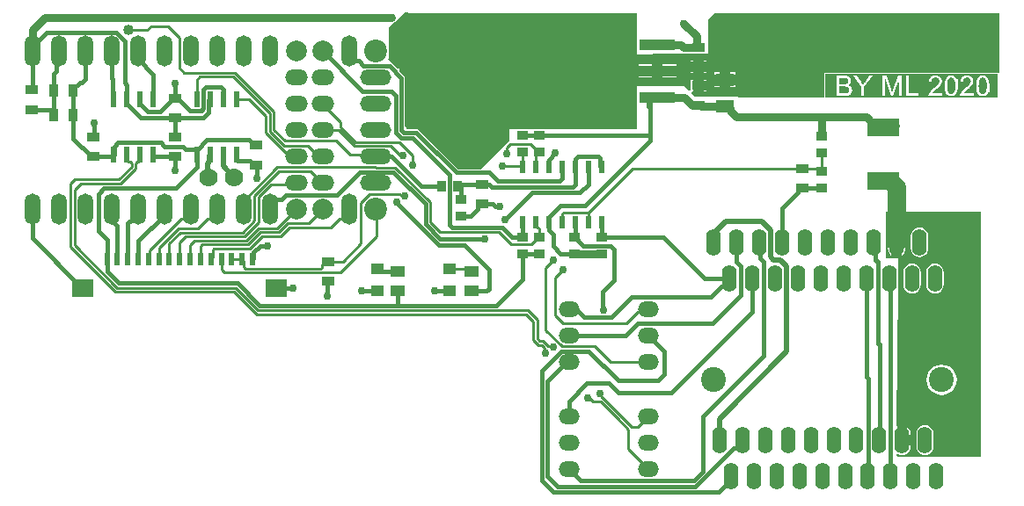
<source format=gtl>
G04*
G04 #@! TF.GenerationSoftware,Altium Limited,Altium Designer,21.0.8 (223)*
G04*
G04 Layer_Physical_Order=1*
G04 Layer_Color=255*
%FSLAX25Y25*%
%MOIN*%
G70*
G04*
G04 #@! TF.SameCoordinates,128E1E45-F731-4E68-84EB-4EEBB871E250*
G04*
G04*
G04 #@! TF.FilePolarity,Positive*
G04*
G01*
G75*
%ADD10C,0.01000*%
%ADD18R,0.05709X0.04134*%
%ADD19R,0.04724X0.04331*%
%ADD20R,0.05118X0.03543*%
%ADD21R,0.03937X0.03543*%
%ADD22R,0.03543X0.05118*%
%ADD23R,0.12402X0.07008*%
%ADD24R,0.03543X0.03937*%
%ADD25R,0.02284X0.04646*%
%ADD26R,0.02362X0.06102*%
%ADD27R,0.06717X0.04545*%
%ADD28R,0.02362X0.05118*%
%ADD29R,0.07874X0.07087*%
%ADD30R,0.33858X0.42126*%
%ADD31R,0.13386X0.03937*%
%ADD58C,0.03000*%
%ADD59C,0.07000*%
%ADD60C,0.01500*%
%ADD61C,0.02000*%
%ADD62R,0.32700X0.06400*%
%ADD63R,0.87800X0.44200*%
%ADD64C,0.08661*%
%ADD65C,0.07874*%
%ADD66O,0.05906X0.11811*%
%ADD67O,0.11811X0.05906*%
%ADD68O,0.08661X0.05906*%
%ADD69O,0.05512X0.10236*%
%ADD70O,0.07874X0.05906*%
%ADD71C,0.09449*%
%ADD72C,0.03000*%
%ADD73C,0.07000*%
%ADD74C,0.04000*%
G36*
X374800Y379000D02*
X374466Y378639D01*
X308400D01*
Y369500D01*
X259600D01*
X258091Y371009D01*
X258298Y371509D01*
X258832D01*
Y373780D01*
Y376052D01*
X257741D01*
Y372066D01*
X257241Y371859D01*
X255400Y373700D01*
X233200D01*
X221858Y385042D01*
X222048Y385505D01*
X264600Y385800D01*
Y399000D01*
X266900Y401300D01*
X374800D01*
X374800Y379000D01*
D02*
G37*
G36*
X236519Y357900D02*
X236399Y357400D01*
X221033D01*
X220881Y357837D01*
X220881D01*
Y365365D01*
X221307Y365627D01*
X236519Y357900D01*
D02*
G37*
G36*
X186023Y383550D02*
Y381368D01*
X203452D01*
Y377432D01*
X186023D01*
Y357837D01*
X189048D01*
X189200Y357400D01*
X189200D01*
Y353100D01*
X178174Y342074D01*
X169628D01*
X154751Y356951D01*
X154338Y357227D01*
X153850Y357325D01*
X150675D01*
X149475Y358525D01*
Y376700D01*
X149378Y377188D01*
X149101Y377601D01*
X147600Y379102D01*
Y380300D01*
X146500D01*
X143000Y383800D01*
X143500Y384300D01*
Y395800D01*
X145589Y397889D01*
X145842Y398058D01*
X146011Y398311D01*
X149397Y401697D01*
X150296D01*
X186023Y383550D01*
D02*
G37*
G36*
X367800Y233100D02*
X336055D01*
X335703Y233455D01*
X335708Y233975D01*
X336158Y234193D01*
X336288Y234094D01*
X337080Y233766D01*
X337930Y233654D01*
X338780Y233766D01*
X339572Y234094D01*
X340252Y234616D01*
X340774Y235296D01*
X341102Y236088D01*
X341214Y236938D01*
Y237332D01*
X337930D01*
Y239300D01*
X335962D01*
Y244635D01*
X335813Y244708D01*
X336335Y298202D01*
X336342Y298256D01*
Y298930D01*
X336400Y304900D01*
Y308200D01*
X331800D01*
Y326000D01*
X367800D01*
Y233100D01*
D02*
G37*
G36*
X373966Y369300D02*
X308900D01*
Y378138D01*
X373966D01*
Y369300D01*
D02*
G37*
%LPC*%
G36*
X263759Y383131D02*
X262668D01*
Y382828D01*
X263759D01*
Y383131D01*
D02*
G37*
G36*
X258732D02*
X257641D01*
Y382828D01*
X258732D01*
Y383131D01*
D02*
G37*
G36*
X252377Y381869D02*
X247153D01*
Y381368D01*
X252377D01*
Y381869D01*
D02*
G37*
G36*
X243216D02*
X237991D01*
Y381368D01*
X243216D01*
Y381869D01*
D02*
G37*
G36*
X263759Y378891D02*
X262668D01*
Y378588D01*
X263759D01*
Y378891D01*
D02*
G37*
G36*
X258732D02*
X257641D01*
Y378588D01*
X258732D01*
Y378891D01*
D02*
G37*
G36*
X274659Y378819D02*
X272768D01*
Y378015D01*
X274659D01*
Y378819D01*
D02*
G37*
G36*
X268831D02*
X266941D01*
Y378015D01*
X268831D01*
Y378819D01*
D02*
G37*
G36*
X252377Y377432D02*
X247153D01*
Y376932D01*
X252377D01*
Y377432D01*
D02*
G37*
G36*
X243216D02*
X237991D01*
Y376932D01*
X243216D01*
Y377432D01*
D02*
G37*
G36*
X263859Y376052D02*
X262769D01*
Y375749D01*
X263859D01*
Y376052D01*
D02*
G37*
G36*
X274659Y374078D02*
X272768D01*
Y373274D01*
X274659D01*
Y374078D01*
D02*
G37*
G36*
X268831D02*
X266941D01*
Y373274D01*
X268831D01*
Y374078D01*
D02*
G37*
G36*
X263859Y371812D02*
X262769D01*
Y371509D01*
X263859D01*
Y371812D01*
D02*
G37*
G36*
X337782Y319354D02*
Y316367D01*
X339098D01*
Y316760D01*
X338986Y317610D01*
X338658Y318402D01*
X338136Y319082D01*
X337782Y319354D01*
D02*
G37*
G36*
X333845Y319354D02*
X333492Y319082D01*
X332970Y318402D01*
X332642Y317610D01*
X332530Y316760D01*
Y316367D01*
X333845D01*
Y319354D01*
D02*
G37*
G36*
Y312430D02*
X332530D01*
Y312036D01*
X332642Y311186D01*
X332970Y310394D01*
X333492Y309714D01*
X333845Y309442D01*
Y312430D01*
D02*
G37*
G36*
X339098D02*
X337782D01*
Y309442D01*
X338136Y309714D01*
X338658Y310394D01*
X338986Y311186D01*
X339098Y312036D01*
Y312430D01*
D02*
G37*
G36*
X344475Y320044D02*
X343625Y319932D01*
X342833Y319604D01*
X342153Y319082D01*
X341631Y318402D01*
X341303Y317610D01*
X341191Y316760D01*
Y312036D01*
X341303Y311186D01*
X341631Y310394D01*
X342153Y309714D01*
X342833Y309192D01*
X343625Y308864D01*
X344475Y308752D01*
X345325Y308864D01*
X346117Y309192D01*
X346797Y309714D01*
X347319Y310394D01*
X347647Y311186D01*
X347759Y312036D01*
Y316760D01*
X347647Y317610D01*
X347319Y318402D01*
X346797Y319082D01*
X346117Y319604D01*
X345325Y319932D01*
X344475Y320044D01*
D02*
G37*
G36*
X350381Y306264D02*
X349531Y306152D01*
X348739Y305824D01*
X348059Y305302D01*
X347537Y304622D01*
X347209Y303830D01*
X347097Y302980D01*
Y298256D01*
X347209Y297406D01*
X347537Y296614D01*
X348059Y295934D01*
X348739Y295412D01*
X349531Y295084D01*
X350381Y294972D01*
X351231Y295084D01*
X352023Y295412D01*
X352703Y295934D01*
X353225Y296614D01*
X353553Y297406D01*
X353665Y298256D01*
Y302980D01*
X353553Y303830D01*
X353225Y304622D01*
X352703Y305302D01*
X352023Y305824D01*
X351231Y306152D01*
X350381Y306264D01*
D02*
G37*
G36*
X341719D02*
X340869Y306152D01*
X340077Y305824D01*
X339397Y305302D01*
X338875Y304622D01*
X338547Y303830D01*
X338435Y302980D01*
Y298256D01*
X338547Y297406D01*
X338875Y296614D01*
X339397Y295934D01*
X340077Y295412D01*
X340869Y295084D01*
X341719Y294972D01*
X342569Y295084D01*
X343361Y295412D01*
X344041Y295934D01*
X344563Y296614D01*
X344891Y297406D01*
X345003Y298256D01*
Y302980D01*
X344891Y303830D01*
X344563Y304622D01*
X344041Y305302D01*
X343361Y305824D01*
X342569Y306152D01*
X341719Y306264D01*
D02*
G37*
G36*
X352891Y267893D02*
X351400Y267696D01*
X350012Y267121D01*
X348819Y266206D01*
X347904Y265014D01*
X347329Y263625D01*
X347133Y262135D01*
X347329Y260644D01*
X347904Y259256D01*
X348819Y258063D01*
X350012Y257148D01*
X351400Y256573D01*
X352891Y256377D01*
X354381Y256573D01*
X355770Y257148D01*
X356962Y258063D01*
X357877Y259256D01*
X358452Y260644D01*
X358648Y262135D01*
X358452Y263625D01*
X357877Y265014D01*
X356962Y266206D01*
X355770Y267121D01*
X354381Y267696D01*
X352891Y267893D01*
D02*
G37*
G36*
X339898Y244256D02*
Y241268D01*
X341214D01*
Y241662D01*
X341102Y242512D01*
X340774Y243304D01*
X340252Y243984D01*
X339898Y244256D01*
D02*
G37*
G36*
X346591Y244946D02*
X345741Y244834D01*
X344949Y244506D01*
X344269Y243984D01*
X343747Y243304D01*
X343419Y242512D01*
X343307Y241662D01*
Y236938D01*
X343419Y236088D01*
X343747Y235296D01*
X344269Y234616D01*
X344949Y234094D01*
X345741Y233766D01*
X346591Y233654D01*
X347441Y233766D01*
X348233Y234094D01*
X348914Y234616D01*
X349435Y235296D01*
X349763Y236088D01*
X349875Y236938D01*
Y241662D01*
X349763Y242512D01*
X349435Y243304D01*
X348914Y243984D01*
X348233Y244506D01*
X347441Y244834D01*
X346591Y244946D01*
D02*
G37*
G36*
X359022Y377639D02*
D01*
Y373923D01*
X359014Y374123D01*
X359005Y374307D01*
X358997Y374482D01*
X358980Y374640D01*
X358963Y374790D01*
X358947Y374923D01*
X358939Y375048D01*
X358922Y375156D01*
X358905Y375248D01*
X358889Y375331D01*
X358872Y375398D01*
X358863Y375456D01*
X358855Y375489D01*
X358847Y375514D01*
Y375523D01*
X358780Y375764D01*
X358697Y375989D01*
X358622Y376181D01*
X358547Y376347D01*
X358505Y376414D01*
X358480Y376481D01*
X358447Y376539D01*
X358422Y376581D01*
X358397Y376614D01*
X358389Y376639D01*
X358372Y376656D01*
Y376664D01*
X358256Y376831D01*
X358122Y376980D01*
X357997Y377105D01*
X357872Y377205D01*
X357764Y377289D01*
X357681Y377339D01*
X357647Y377364D01*
X357622Y377380D01*
X357606Y377389D01*
X357597D01*
X357414Y377472D01*
X357231Y377530D01*
X357048Y377580D01*
X356881Y377605D01*
X356731Y377622D01*
X356673Y377630D01*
X356614Y377639D01*
X356515D01*
X356364Y377630D01*
X356215Y377622D01*
X356073Y377597D01*
X355940Y377572D01*
X355823Y377539D01*
X355707Y377497D01*
X355598Y377455D01*
X355507Y377414D01*
X355415Y377372D01*
X355340Y377330D01*
X355273Y377297D01*
X355223Y377255D01*
X355182Y377230D01*
X355148Y377205D01*
X355132Y377197D01*
X355123Y377189D01*
X355023Y377097D01*
X354932Y377006D01*
X354765Y376797D01*
X354615Y376589D01*
X354499Y376381D01*
X354449Y376281D01*
X354407Y376197D01*
X354374Y376114D01*
X354340Y376047D01*
X354324Y375989D01*
X354307Y375939D01*
X354290Y375914D01*
Y375906D01*
X354240Y375748D01*
X354199Y375573D01*
X354132Y375215D01*
X354082Y374848D01*
X354065Y374673D01*
X354049Y374498D01*
X354041Y374340D01*
X354032Y374190D01*
X354024Y374057D01*
Y373940D01*
X354015Y373848D01*
Y373715D01*
X354024Y373324D01*
X354049Y372957D01*
X354082Y372624D01*
X354132Y372316D01*
X354190Y372032D01*
X354257Y371774D01*
X354324Y371549D01*
X354399Y371341D01*
X354465Y371166D01*
X354532Y371008D01*
X354599Y370883D01*
X354657Y370775D01*
X354707Y370691D01*
X354740Y370633D01*
X354765Y370600D01*
X354773Y370591D01*
X354899Y370450D01*
X355032Y370333D01*
X355173Y370225D01*
X355315Y370133D01*
X355457Y370058D01*
X355607Y369992D01*
X355748Y369942D01*
X355881Y369900D01*
X356015Y369867D01*
X356131Y369842D01*
X356240Y369825D01*
X356331Y369817D01*
X356406Y369808D01*
X356465Y369800D01*
X354015D01*
X359022D01*
Y377639D01*
D02*
G37*
G36*
X337830Y377613D02*
X336456Y377613D01*
X334607Y372266D01*
X334557Y372116D01*
X334507Y371983D01*
X334465Y371849D01*
X334423Y371733D01*
X334390Y371616D01*
X334357Y371516D01*
X334323Y371424D01*
X334298Y371341D01*
X334273Y371274D01*
X334257Y371208D01*
X334240Y371158D01*
X334223Y371108D01*
X334215Y371075D01*
X334207Y371049D01*
X334198Y371041D01*
Y371033D01*
X334173Y371108D01*
X334148Y371191D01*
X334090Y371366D01*
X334032Y371558D01*
X333974Y371741D01*
X333915Y371907D01*
X333890Y371983D01*
X333874Y372041D01*
X333857Y372091D01*
X333840Y372132D01*
X333832Y372157D01*
Y372166D01*
X332008Y377613D01*
X330483D01*
Y369925D01*
X336837D01*
X334598D01*
X336847Y376364D01*
Y369925D01*
X337830Y369925D01*
Y377613D01*
D02*
G37*
G36*
X364944Y377639D02*
X359855D01*
X362529D01*
X362329Y377630D01*
X362137Y377613D01*
X361962Y377589D01*
X361796Y377547D01*
X361637Y377505D01*
X361496Y377455D01*
X361363Y377405D01*
X361246Y377355D01*
X361138Y377297D01*
X361046Y377247D01*
X360963Y377197D01*
X360896Y377155D01*
X360846Y377114D01*
X360813Y377089D01*
X360788Y377072D01*
X360779Y377064D01*
X360663Y376956D01*
X360563Y376831D01*
X360471Y376706D01*
X360388Y376564D01*
X360321Y376431D01*
X360255Y376297D01*
X360205Y376156D01*
X360163Y376031D01*
X360121Y375906D01*
X360096Y375789D01*
X360071Y375681D01*
X360055Y375589D01*
X360046Y375514D01*
X360038Y375464D01*
X360030Y375431D01*
Y375414D01*
X360996Y375314D01*
X361004Y375448D01*
X361013Y375573D01*
X361063Y375789D01*
X361129Y375989D01*
X361163Y376073D01*
X361204Y376148D01*
X361238Y376214D01*
X361279Y376272D01*
X361313Y376322D01*
X361338Y376364D01*
X361371Y376397D01*
X361387Y376422D01*
X361396Y376431D01*
X361404Y376439D01*
X361488Y376514D01*
X361571Y376581D01*
X361662Y376631D01*
X361754Y376681D01*
X361937Y376756D01*
X362112Y376805D01*
X362262Y376831D01*
X362329Y376847D01*
X362387D01*
X362437Y376855D01*
X362620D01*
X362737Y376839D01*
X362945Y376797D01*
X363120Y376731D01*
X363278Y376664D01*
X363395Y376589D01*
X363445Y376556D01*
X363487Y376522D01*
X363520Y376497D01*
X363545Y376481D01*
X363553Y376472D01*
X363562Y376464D01*
X363637Y376389D01*
X363695Y376314D01*
X363753Y376239D01*
X363795Y376156D01*
X363870Y375997D01*
X363920Y375848D01*
X363945Y375723D01*
X363962Y375664D01*
Y375614D01*
X363970Y375581D01*
Y375548D01*
Y375531D01*
Y375523D01*
X363962Y375423D01*
X363953Y375323D01*
X363903Y375123D01*
X363828Y374931D01*
X363745Y374756D01*
X363662Y374606D01*
X363628Y374548D01*
X363587Y374490D01*
X363562Y374448D01*
X363537Y374415D01*
X363528Y374398D01*
X363520Y374390D01*
X363428Y374273D01*
X363320Y374148D01*
X363195Y374015D01*
X363062Y373882D01*
X362787Y373607D01*
X362504Y373349D01*
X362370Y373224D01*
X362237Y373115D01*
X362121Y373015D01*
X362021Y372932D01*
X361937Y372857D01*
X361879Y372807D01*
X361837Y372765D01*
X361821Y372757D01*
X361671Y372632D01*
X361538Y372516D01*
X361404Y372407D01*
X361288Y372299D01*
X361171Y372199D01*
X361071Y372099D01*
X360979Y372016D01*
X360896Y371933D01*
X360821Y371858D01*
X360763Y371791D01*
X360704Y371733D01*
X360663Y371691D01*
X360621Y371649D01*
X360596Y371624D01*
X360588Y371608D01*
X360579Y371599D01*
X360430Y371416D01*
X360305Y371233D01*
X360196Y371058D01*
X360113Y370900D01*
X360046Y370766D01*
X360021Y370708D01*
X359996Y370666D01*
X359980Y370625D01*
X359971Y370600D01*
X359963Y370583D01*
Y370575D01*
X359922Y370458D01*
X359896Y370341D01*
X359872Y370233D01*
X359863Y370133D01*
X359855Y370050D01*
Y369925D01*
X364944D01*
Y377639D01*
D02*
G37*
G36*
X352999D02*
X347910D01*
D01*
X350584D01*
X350384Y377630D01*
X350192Y377613D01*
X350017Y377589D01*
X349851Y377547D01*
X349692Y377505D01*
X349551Y377455D01*
X349417Y377405D01*
X349301Y377355D01*
X349192Y377297D01*
X349101Y377247D01*
X349018Y377197D01*
X348951Y377155D01*
X348901Y377114D01*
X348868Y377089D01*
X348843Y377072D01*
X348834Y377064D01*
X348718Y376956D01*
X348618Y376831D01*
X348526Y376706D01*
X348443Y376564D01*
X348376Y376431D01*
X348309Y376297D01*
X348259Y376156D01*
X348218Y376031D01*
X348176Y375906D01*
X348151Y375789D01*
X348126Y375681D01*
X348110Y375589D01*
X348101Y375514D01*
X348093Y375464D01*
X348084Y375431D01*
Y375414D01*
X349051Y375314D01*
X349059Y375448D01*
X349067Y375573D01*
X349117Y375789D01*
X349184Y375989D01*
X349217Y376073D01*
X349259Y376148D01*
X349292Y376214D01*
X349334Y376272D01*
X349367Y376322D01*
X349392Y376364D01*
X349426Y376397D01*
X349442Y376422D01*
X349451Y376431D01*
X349459Y376439D01*
X349542Y376514D01*
X349626Y376581D01*
X349717Y376631D01*
X349809Y376681D01*
X349992Y376756D01*
X350167Y376805D01*
X350317Y376831D01*
X350384Y376847D01*
X350442D01*
X350492Y376855D01*
X350675D01*
X350792Y376839D01*
X351000Y376797D01*
X351175Y376731D01*
X351333Y376664D01*
X351450Y376589D01*
X351500Y376556D01*
X351541Y376522D01*
X351575Y376497D01*
X351600Y376481D01*
X351608Y376472D01*
X351616Y376464D01*
X351691Y376389D01*
X351750Y376314D01*
X351808Y376239D01*
X351850Y376156D01*
X351925Y375997D01*
X351975Y375848D01*
X352000Y375723D01*
X352016Y375664D01*
Y375614D01*
X352025Y375581D01*
Y375548D01*
Y375531D01*
Y375523D01*
X352016Y375423D01*
X352008Y375323D01*
X351958Y375123D01*
X351883Y374931D01*
X351800Y374756D01*
X351716Y374606D01*
X351683Y374548D01*
X351641Y374490D01*
X351616Y374448D01*
X351591Y374415D01*
X351583Y374398D01*
X351575Y374390D01*
X351483Y374273D01*
X351375Y374148D01*
X351250Y374015D01*
X351117Y373882D01*
X350842Y373607D01*
X350558Y373349D01*
X350425Y373224D01*
X350292Y373115D01*
X350175Y373015D01*
X350075Y372932D01*
X349992Y372857D01*
X349934Y372807D01*
X349892Y372765D01*
X349875Y372757D01*
X349726Y372632D01*
X349592Y372516D01*
X349459Y372407D01*
X349342Y372299D01*
X349226Y372199D01*
X349126Y372099D01*
X349034Y372016D01*
X348951Y371933D01*
X348876Y371858D01*
X348818Y371791D01*
X348759Y371733D01*
X348718Y371691D01*
X348676Y371649D01*
X348651Y371624D01*
X348643Y371608D01*
X348634Y371599D01*
X348484Y371416D01*
X348359Y371233D01*
X348251Y371058D01*
X348168Y370900D01*
X348101Y370766D01*
X348076Y370708D01*
X348051Y370666D01*
X348035Y370625D01*
X348026Y370600D01*
X348018Y370583D01*
Y370575D01*
X347976Y370458D01*
X347951Y370341D01*
X347926Y370233D01*
X347918Y370133D01*
X347910Y370050D01*
Y369925D01*
X352999D01*
Y377639D01*
D02*
G37*
G36*
X344228Y377613D02*
X339421D01*
Y369925D01*
X344228D01*
Y377613D01*
D02*
G37*
G36*
X326618Y377613D02*
Y369925D01*
D01*
D01*
Y377613D01*
D02*
G37*
G36*
D02*
X319571D01*
D01*
X322536Y373174D01*
Y369925D01*
X323553D01*
Y373174D01*
X326618Y377613D01*
D02*
G37*
G36*
X318971D02*
X313165D01*
Y369925D01*
X318971D01*
Y372274D01*
X318954Y372391D01*
X318913Y372616D01*
X318846Y372815D01*
X318780Y372982D01*
X318746Y373057D01*
X318713Y373124D01*
X318680Y373182D01*
X318646Y373232D01*
X318621Y373265D01*
X318605Y373290D01*
X318596Y373307D01*
X318588Y373315D01*
X318438Y373490D01*
X318263Y373632D01*
X318088Y373757D01*
X317913Y373848D01*
X317763Y373923D01*
X317697Y373948D01*
X317638Y373973D01*
X317588Y373990D01*
X317555Y374007D01*
X317530Y374015D01*
X317522D01*
X317713Y374123D01*
X317872Y374240D01*
X318013Y374357D01*
X318122Y374465D01*
X318213Y374565D01*
X318271Y374640D01*
X318296Y374673D01*
X318313Y374698D01*
X318321Y374706D01*
Y374715D01*
X318413Y374881D01*
X318480Y375040D01*
X318530Y375198D01*
X318563Y375339D01*
X318580Y375464D01*
X318596Y375556D01*
Y375589D01*
Y375614D01*
Y375631D01*
Y375639D01*
X318580Y375839D01*
X318546Y376023D01*
X318496Y376197D01*
X318446Y376347D01*
X318388Y376472D01*
X318363Y376531D01*
X318338Y376572D01*
X318313Y376606D01*
X318305Y376631D01*
X318288Y376647D01*
Y376656D01*
X318163Y376822D01*
X318030Y376972D01*
X317897Y377097D01*
X317763Y377197D01*
X317638Y377272D01*
X317547Y377330D01*
X317505Y377347D01*
X317480Y377364D01*
X317463Y377372D01*
X317455D01*
X317238Y377455D01*
X317014Y377514D01*
X316772Y377555D01*
X316556Y377580D01*
X316447Y377597D01*
X316355Y377605D01*
X316264D01*
X316189Y377613D01*
X318971D01*
D02*
G37*
G36*
X370967Y377639D02*
X365961D01*
X368460D01*
X368310Y377630D01*
X368160Y377622D01*
X368018Y377597D01*
X367885Y377572D01*
X367768Y377539D01*
X367652Y377497D01*
X367543Y377455D01*
X367452Y377414D01*
X367360Y377372D01*
X367285Y377330D01*
X367218Y377297D01*
X367169Y377255D01*
X367127Y377230D01*
X367094Y377205D01*
X367077Y377197D01*
X367069Y377189D01*
X366969Y377097D01*
X366877Y377006D01*
X366710Y376797D01*
X366561Y376589D01*
X366444Y376381D01*
X366394Y376281D01*
X366352Y376197D01*
X366319Y376114D01*
X366286Y376047D01*
X366269Y375989D01*
X366252Y375939D01*
X366236Y375914D01*
Y375906D01*
X366186Y375748D01*
X366144Y375573D01*
X366077Y375215D01*
X366027Y374848D01*
X366011Y374673D01*
X365994Y374498D01*
X365986Y374340D01*
X365977Y374190D01*
X365969Y374057D01*
Y373940D01*
X365961Y373848D01*
Y373715D01*
X365969Y373324D01*
X365994Y372957D01*
X366027Y372624D01*
X366077Y372316D01*
X366136Y372032D01*
X366202Y371774D01*
X366269Y371549D01*
X366344Y371341D01*
X366410Y371166D01*
X366477Y371008D01*
X366544Y370883D01*
X366602Y370775D01*
X366652Y370691D01*
X366685Y370633D01*
X366710Y370600D01*
X366719Y370591D01*
X366844Y370450D01*
X366977Y370333D01*
X367119Y370225D01*
X367260Y370133D01*
X367402Y370058D01*
X367552Y369992D01*
X367693Y369942D01*
X367827Y369900D01*
X367960Y369867D01*
X368076Y369842D01*
X368185Y369825D01*
X368276Y369817D01*
X368351Y369808D01*
X368410Y369800D01*
X368460D01*
X368618Y369808D01*
X368760Y369817D01*
X368901Y369842D01*
X369035Y369867D01*
X369159Y369908D01*
X369268Y369942D01*
X369376Y369983D01*
X369468Y370025D01*
X369559Y370067D01*
X369634Y370108D01*
X369701Y370150D01*
X369751Y370183D01*
X369793Y370208D01*
X369826Y370233D01*
X369843Y370241D01*
X369851Y370250D01*
X369951Y370341D01*
X370051Y370433D01*
X370217Y370641D01*
X370359Y370850D01*
X370476Y371058D01*
X370526Y371158D01*
X370567Y371249D01*
X370601Y371324D01*
X370634Y371399D01*
X370659Y371449D01*
X370667Y371499D01*
X370684Y371524D01*
Y371533D01*
X370734Y371691D01*
X370775Y371866D01*
X370850Y372224D01*
X370900Y372591D01*
X370917Y372765D01*
X370934Y372940D01*
X370942Y373099D01*
X370950Y373249D01*
X370959Y373374D01*
X370967Y373490D01*
Y369800D01*
D01*
Y377639D01*
D02*
G37*
%LPD*%
G36*
X356631Y376847D02*
X356739Y376831D01*
X356856Y376797D01*
X356956Y376756D01*
X357148Y376656D01*
X357306Y376547D01*
X357372Y376489D01*
X357431Y376431D01*
X357481Y376372D01*
X357531Y376331D01*
X357564Y376289D01*
X357589Y376256D01*
X357597Y376239D01*
X357606Y376231D01*
X357689Y376097D01*
X357756Y375948D01*
X357814Y375764D01*
X357864Y375573D01*
X357906Y375373D01*
X357947Y375165D01*
X357997Y374740D01*
X358022Y374540D01*
X358031Y374348D01*
X358039Y374173D01*
X358047Y374023D01*
X358055Y373890D01*
Y373840D01*
Y373798D01*
Y373765D01*
Y373740D01*
Y373723D01*
Y373715D01*
X358047Y373374D01*
X358039Y373065D01*
X358014Y372782D01*
X357989Y372524D01*
X357956Y372291D01*
X357914Y372091D01*
X357872Y371907D01*
X357831Y371749D01*
X357789Y371616D01*
X357747Y371499D01*
X357714Y371399D01*
X357672Y371324D01*
X357647Y371266D01*
X357622Y371233D01*
X357614Y371208D01*
X357606Y371199D01*
X357522Y371091D01*
X357431Y370991D01*
X357339Y370908D01*
X357247Y370841D01*
X357156Y370775D01*
X357064Y370725D01*
X356981Y370683D01*
X356898Y370650D01*
X356748Y370608D01*
X356681Y370591D01*
X356623Y370583D01*
X356581D01*
X356540Y370575D01*
X356515D01*
X356398Y370583D01*
X356281Y370600D01*
X356173Y370633D01*
X356073Y370675D01*
X355881Y370766D01*
X355723Y370883D01*
X355598Y371000D01*
X355548Y371049D01*
X355507Y371091D01*
X355465Y371133D01*
X355440Y371166D01*
X355432Y371183D01*
X355423Y371191D01*
X355348Y371324D01*
X355282Y371483D01*
X355215Y371658D01*
X355165Y371849D01*
X355123Y372057D01*
X355090Y372266D01*
X355040Y372691D01*
X355015Y372890D01*
X355007Y373082D01*
X354998Y373257D01*
X354990Y373407D01*
X354982Y373532D01*
Y373590D01*
Y373632D01*
Y373665D01*
Y373690D01*
Y373707D01*
Y373715D01*
X354990Y374057D01*
X355007Y374365D01*
X355023Y374656D01*
X355057Y374915D01*
X355090Y375148D01*
X355132Y375364D01*
X355182Y375548D01*
X355223Y375714D01*
X355265Y375864D01*
X355315Y375981D01*
X355357Y376081D01*
X355390Y376164D01*
X355423Y376231D01*
X355448Y376272D01*
X355457Y376297D01*
X355465Y376306D01*
X355540Y376406D01*
X355623Y376489D01*
X355707Y376564D01*
X355790Y376622D01*
X355881Y376681D01*
X355965Y376722D01*
X356131Y376789D01*
X356281Y376831D01*
X356348Y376839D01*
X356398Y376847D01*
X356448Y376855D01*
X356506D01*
X356631Y376847D01*
D02*
G37*
G36*
X359022Y369800D02*
X356515D01*
X356673Y369808D01*
X356814Y369817D01*
X356956Y369842D01*
X357089Y369867D01*
X357214Y369908D01*
X357323Y369942D01*
X357431Y369983D01*
X357522Y370025D01*
X357614Y370067D01*
X357689Y370108D01*
X357756Y370150D01*
X357806Y370183D01*
X357847Y370208D01*
X357881Y370233D01*
X357897Y370241D01*
X357906Y370250D01*
X358005Y370341D01*
X358105Y370433D01*
X358272Y370641D01*
X358414Y370850D01*
X358530Y371058D01*
X358580Y371158D01*
X358622Y371249D01*
X358655Y371324D01*
X358689Y371399D01*
X358714Y371449D01*
X358722Y371499D01*
X358739Y371524D01*
Y371533D01*
X358789Y371691D01*
X358830Y371866D01*
X358905Y372224D01*
X358955Y372591D01*
X358972Y372765D01*
X358988Y372940D01*
X358997Y373099D01*
X359005Y373249D01*
X359014Y373374D01*
X359022Y373490D01*
Y369800D01*
D02*
G37*
G36*
X333682Y369925D02*
X331466D01*
Y376472D01*
X333682Y369925D01*
D02*
G37*
G36*
X364944Y370833D02*
X361154D01*
X361288Y371016D01*
X361354Y371099D01*
X361421Y371175D01*
X361479Y371241D01*
X361521Y371291D01*
X361554Y371324D01*
X361562Y371333D01*
X361612Y371383D01*
X361679Y371449D01*
X361754Y371516D01*
X361837Y371591D01*
X362012Y371758D01*
X362195Y371916D01*
X362370Y372066D01*
X362445Y372132D01*
X362520Y372191D01*
X362570Y372241D01*
X362620Y372274D01*
X362645Y372299D01*
X362654Y372307D01*
X362837Y372466D01*
X363012Y372616D01*
X363170Y372749D01*
X363312Y372882D01*
X363445Y372999D01*
X363562Y373115D01*
X363670Y373215D01*
X363770Y373307D01*
X363853Y373382D01*
X363920Y373457D01*
X363978Y373515D01*
X364028Y373565D01*
X364061Y373607D01*
X364095Y373632D01*
X364103Y373649D01*
X364111Y373657D01*
X364270Y373840D01*
X364395Y374007D01*
X364503Y374165D01*
X364595Y374307D01*
X364661Y374423D01*
X364711Y374515D01*
X364728Y374548D01*
X364736Y374573D01*
X364744Y374581D01*
Y374590D01*
X364811Y374756D01*
X364853Y374923D01*
X364886Y375073D01*
X364911Y375215D01*
X364928Y375331D01*
X364936Y375423D01*
Y375456D01*
Y375481D01*
Y375489D01*
Y375498D01*
X364928Y375664D01*
X364911Y375823D01*
X364878Y375973D01*
X364836Y376122D01*
X364786Y376256D01*
X364728Y376381D01*
X364669Y376497D01*
X364611Y376597D01*
X364553Y376697D01*
X364495Y376781D01*
X364436Y376855D01*
X364386Y376914D01*
X364345Y376956D01*
X364311Y376997D01*
X364295Y377014D01*
X364286Y377022D01*
X364161Y377130D01*
X364028Y377222D01*
X363886Y377305D01*
X363737Y377380D01*
X363595Y377439D01*
X363445Y377489D01*
X363303Y377530D01*
X363162Y377564D01*
X363037Y377589D01*
X362912Y377605D01*
X362804Y377622D01*
X362712Y377630D01*
X362637Y377639D01*
X364944D01*
Y370833D01*
D02*
G37*
G36*
X352999D02*
X349209D01*
X349342Y371016D01*
X349409Y371099D01*
X349476Y371175D01*
X349534Y371241D01*
X349576Y371291D01*
X349609Y371324D01*
X349617Y371333D01*
X349667Y371383D01*
X349734Y371449D01*
X349809Y371516D01*
X349892Y371591D01*
X350067Y371758D01*
X350250Y371916D01*
X350425Y372066D01*
X350500Y372132D01*
X350575Y372191D01*
X350625Y372241D01*
X350675Y372274D01*
X350700Y372299D01*
X350709Y372307D01*
X350892Y372466D01*
X351067Y372616D01*
X351225Y372749D01*
X351366Y372882D01*
X351500Y372999D01*
X351616Y373115D01*
X351725Y373215D01*
X351825Y373307D01*
X351908Y373382D01*
X351975Y373457D01*
X352033Y373515D01*
X352083Y373565D01*
X352116Y373607D01*
X352150Y373632D01*
X352158Y373649D01*
X352166Y373657D01*
X352325Y373840D01*
X352449Y374007D01*
X352558Y374165D01*
X352649Y374307D01*
X352716Y374423D01*
X352766Y374515D01*
X352783Y374548D01*
X352791Y374573D01*
X352799Y374581D01*
Y374590D01*
X352866Y374756D01*
X352908Y374923D01*
X352941Y375073D01*
X352966Y375215D01*
X352983Y375331D01*
X352991Y375423D01*
Y375456D01*
Y375481D01*
Y375489D01*
Y375498D01*
X352983Y375664D01*
X352966Y375823D01*
X352933Y375973D01*
X352891Y376122D01*
X352841Y376256D01*
X352783Y376381D01*
X352724Y376497D01*
X352666Y376597D01*
X352608Y376697D01*
X352549Y376781D01*
X352491Y376855D01*
X352441Y376914D01*
X352399Y376956D01*
X352366Y376997D01*
X352349Y377014D01*
X352341Y377022D01*
X352216Y377130D01*
X352083Y377222D01*
X351941Y377305D01*
X351791Y377380D01*
X351650Y377439D01*
X351500Y377489D01*
X351358Y377530D01*
X351217Y377564D01*
X351092Y377589D01*
X350967Y377605D01*
X350858Y377622D01*
X350767Y377630D01*
X350692Y377639D01*
X352999D01*
Y370833D01*
D02*
G37*
G36*
X344228D02*
X340438D01*
Y377613D01*
X344228D01*
Y370833D01*
D02*
G37*
G36*
X323944Y375348D02*
X323769Y375073D01*
X323603Y374815D01*
X323461Y374590D01*
X323394Y374482D01*
X323336Y374390D01*
X323286Y374307D01*
X323236Y374223D01*
X323203Y374157D01*
X323169Y374107D01*
X323136Y374057D01*
X323119Y374023D01*
X323111Y374007D01*
X323103Y373998D01*
X322970Y374240D01*
X322828Y374473D01*
X322695Y374690D01*
X322578Y374881D01*
X322520Y374973D01*
X322470Y375048D01*
X322428Y375123D01*
X322395Y375181D01*
X322361Y375223D01*
X322337Y375265D01*
X322328Y375281D01*
X322320Y375290D01*
X320804Y377613D01*
X325435D01*
X323944Y375348D01*
D02*
G37*
G36*
X316006Y376697D02*
X316131D01*
X316247Y376689D01*
X316355Y376681D01*
X316447Y376672D01*
X316539Y376664D01*
X316614Y376656D01*
X316672Y376639D01*
X316730Y376631D01*
X316780Y376622D01*
X316814Y376614D01*
X316847Y376606D01*
X316864D01*
X316880Y376597D01*
X317005Y376547D01*
X317105Y376489D01*
X317197Y376422D01*
X317272Y376356D01*
X317330Y376297D01*
X317372Y376247D01*
X317397Y376214D01*
X317405Y376197D01*
X317472Y376089D01*
X317513Y375973D01*
X317547Y375856D01*
X317572Y375748D01*
X317588Y375656D01*
X317597Y375589D01*
Y375539D01*
Y375531D01*
Y375523D01*
X317588Y375373D01*
X317563Y375248D01*
X317530Y375131D01*
X317497Y375031D01*
X317463Y374956D01*
X317430Y374898D01*
X317405Y374865D01*
X317397Y374848D01*
X317314Y374756D01*
X317222Y374673D01*
X317122Y374606D01*
X317030Y374556D01*
X316947Y374515D01*
X316880Y374490D01*
X316830Y374473D01*
X316822Y374465D01*
X316814D01*
X316755Y374448D01*
X316689Y374440D01*
X316539Y374415D01*
X316372Y374398D01*
X316214Y374390D01*
X316072D01*
X316006Y374381D01*
X314181D01*
Y376706D01*
X315864D01*
X316006Y376697D01*
D02*
G37*
G36*
X316214Y373465D02*
X316439Y373457D01*
X316539Y373440D01*
X316630Y373432D01*
X316714Y373424D01*
X316797Y373407D01*
X316864Y373399D01*
X316922Y373382D01*
X316964Y373374D01*
X317005Y373365D01*
X317039Y373357D01*
X317064Y373349D01*
X317072Y373340D01*
X317080D01*
X317222Y373282D01*
X317338Y373215D01*
X317447Y373149D01*
X317538Y373074D01*
X317605Y373007D01*
X317655Y372949D01*
X317688Y372915D01*
X317697Y372899D01*
X317772Y372774D01*
X317830Y372649D01*
X317863Y372524D01*
X317897Y372407D01*
X317913Y372299D01*
X317922Y372224D01*
Y372191D01*
Y372166D01*
Y372157D01*
Y372149D01*
X317913Y372016D01*
X317897Y371891D01*
X317872Y371782D01*
X317847Y371691D01*
X317813Y371608D01*
X317788Y371549D01*
X317772Y371516D01*
X317763Y371499D01*
X317705Y371399D01*
X317638Y371316D01*
X317572Y371241D01*
X317513Y371183D01*
X317455Y371133D01*
X317413Y371099D01*
X317380Y371083D01*
X317372Y371075D01*
X317280Y371024D01*
X317180Y370983D01*
X317089Y370941D01*
X316997Y370916D01*
X316914Y370891D01*
X316847Y370875D01*
X316805Y370866D01*
X316789D01*
X316705Y370858D01*
X316597Y370850D01*
X316480Y370841D01*
X316372D01*
X316264Y370833D01*
X314181D01*
Y373474D01*
X315956D01*
X316214Y373465D01*
D02*
G37*
G36*
X318971Y369925D02*
X316089D01*
X316355Y369933D01*
X316597Y369942D01*
X316805Y369967D01*
X316905Y369975D01*
X316989Y369992D01*
X317064Y370000D01*
X317130Y370008D01*
X317189Y370025D01*
X317238Y370033D01*
X317280Y370042D01*
X317305D01*
X317322Y370050D01*
X317330D01*
X317513Y370100D01*
X317680Y370158D01*
X317822Y370225D01*
X317938Y370283D01*
X318038Y370341D01*
X318113Y370383D01*
X318155Y370416D01*
X318172Y370425D01*
X318296Y370533D01*
X318405Y370650D01*
X318505Y370766D01*
X318580Y370883D01*
X318646Y370983D01*
X318696Y371066D01*
X318713Y371099D01*
X318730Y371125D01*
X318738Y371133D01*
Y371141D01*
X318813Y371316D01*
X318871Y371499D01*
X318913Y371666D01*
X318946Y371824D01*
X318963Y371957D01*
Y372007D01*
X318971Y372057D01*
Y369925D01*
D02*
G37*
G36*
X370967Y373923D02*
X370959Y374123D01*
X370950Y374307D01*
X370942Y374482D01*
X370925Y374640D01*
X370909Y374790D01*
X370892Y374923D01*
X370884Y375048D01*
X370867Y375156D01*
X370850Y375248D01*
X370834Y375331D01*
X370817Y375398D01*
X370809Y375456D01*
X370800Y375489D01*
X370792Y375514D01*
Y375523D01*
X370725Y375764D01*
X370642Y375989D01*
X370567Y376181D01*
X370492Y376347D01*
X370451Y376414D01*
X370426Y376481D01*
X370392Y376539D01*
X370367Y376581D01*
X370342Y376614D01*
X370334Y376639D01*
X370317Y376656D01*
Y376664D01*
X370201Y376831D01*
X370067Y376980D01*
X369942Y377105D01*
X369817Y377205D01*
X369709Y377289D01*
X369626Y377339D01*
X369593Y377364D01*
X369568Y377380D01*
X369551Y377389D01*
X369543D01*
X369359Y377472D01*
X369176Y377530D01*
X368993Y377580D01*
X368826Y377605D01*
X368676Y377622D01*
X368618Y377630D01*
X368560Y377639D01*
X370967D01*
Y373923D01*
D02*
G37*
G36*
X368576Y376847D02*
X368685Y376831D01*
X368801Y376797D01*
X368901Y376756D01*
X369093Y376656D01*
X369251Y376547D01*
X369318Y376489D01*
X369376Y376431D01*
X369426Y376372D01*
X369476Y376331D01*
X369509Y376289D01*
X369534Y376256D01*
X369543Y376239D01*
X369551Y376231D01*
X369634Y376097D01*
X369701Y375948D01*
X369759Y375764D01*
X369809Y375573D01*
X369851Y375373D01*
X369893Y375165D01*
X369942Y374740D01*
X369967Y374540D01*
X369976Y374348D01*
X369984Y374173D01*
X369992Y374023D01*
X370001Y373890D01*
Y373840D01*
Y373798D01*
Y373765D01*
Y373740D01*
Y373723D01*
Y373715D01*
X369992Y373374D01*
X369984Y373065D01*
X369959Y372782D01*
X369934Y372524D01*
X369901Y372291D01*
X369859Y372091D01*
X369817Y371907D01*
X369776Y371749D01*
X369734Y371616D01*
X369692Y371499D01*
X369659Y371399D01*
X369618Y371324D01*
X369593Y371266D01*
X369568Y371233D01*
X369559Y371208D01*
X369551Y371199D01*
X369468Y371091D01*
X369376Y370991D01*
X369284Y370908D01*
X369193Y370841D01*
X369101Y370775D01*
X369009Y370725D01*
X368926Y370683D01*
X368843Y370650D01*
X368693Y370608D01*
X368626Y370591D01*
X368568Y370583D01*
X368526D01*
X368485Y370575D01*
X368460D01*
X368343Y370583D01*
X368227Y370600D01*
X368118Y370633D01*
X368018Y370675D01*
X367827Y370766D01*
X367668Y370883D01*
X367543Y371000D01*
X367493Y371049D01*
X367452Y371091D01*
X367410Y371133D01*
X367385Y371166D01*
X367377Y371183D01*
X367369Y371191D01*
X367294Y371324D01*
X367227Y371483D01*
X367160Y371658D01*
X367110Y371849D01*
X367069Y372057D01*
X367035Y372266D01*
X366985Y372691D01*
X366960Y372890D01*
X366952Y373082D01*
X366944Y373257D01*
X366935Y373407D01*
X366927Y373532D01*
Y373590D01*
Y373632D01*
Y373665D01*
Y373690D01*
Y373707D01*
Y373715D01*
X366935Y374057D01*
X366952Y374365D01*
X366969Y374656D01*
X367002Y374915D01*
X367035Y375148D01*
X367077Y375364D01*
X367127Y375548D01*
X367169Y375714D01*
X367210Y375864D01*
X367260Y375981D01*
X367302Y376081D01*
X367335Y376164D01*
X367369Y376231D01*
X367393Y376272D01*
X367402Y376297D01*
X367410Y376306D01*
X367485Y376406D01*
X367568Y376489D01*
X367652Y376564D01*
X367735Y376622D01*
X367827Y376681D01*
X367910Y376722D01*
X368076Y376789D01*
X368227Y376831D01*
X368293Y376839D01*
X368343Y376847D01*
X368393Y376855D01*
X368451D01*
X368576Y376847D01*
D02*
G37*
D10*
X219000Y325600D02*
X235840Y342440D01*
X300200D01*
X202337Y272683D02*
X202720Y272300D01*
X201309Y275423D02*
X202337Y274395D01*
Y272683D02*
Y274395D01*
X199974Y275423D02*
X201309D01*
X201931Y276923D02*
X203805Y275048D01*
X200595Y276923D02*
X201931D01*
X198177Y277220D02*
Y284323D01*
X209083Y274853D02*
X221447D01*
X202900Y281035D02*
X209083Y274853D01*
X202900Y281035D02*
Y304713D01*
X198177Y277220D02*
X199974Y275423D01*
X205352Y275048D02*
X205700Y274700D01*
X199677Y277841D02*
X200595Y276923D01*
X203805Y275048D02*
X205352D01*
X93900Y288600D02*
X196021D01*
X199677Y284944D01*
Y277841D02*
Y284944D01*
X195400Y287100D02*
X198177Y284323D01*
X85400Y297100D02*
X93900Y288600D01*
X237932Y244411D02*
X241832Y248312D01*
X224180Y255562D02*
X231508Y248233D01*
Y248215D02*
X235312Y244411D01*
X237932D01*
X231508Y248215D02*
Y248233D01*
X223375Y256459D02*
X224180Y255654D01*
Y255562D02*
Y255654D01*
X223375Y256459D02*
Y257000D01*
X48519Y344919D02*
X49200Y345600D01*
Y347470D01*
X48036Y344919D02*
X48519D01*
X47450Y344333D02*
X48036Y344919D01*
X47450Y342313D02*
Y344333D01*
X45985Y340849D02*
X45985D01*
X47450Y342313D01*
X26883Y336650D02*
X41787D01*
X40500Y297100D02*
X85400D01*
X41787Y336650D02*
X45985Y340849D01*
X24347Y313253D02*
Y334114D01*
X26883Y336650D01*
X24347Y313253D02*
X40500Y297100D01*
X93279Y287100D02*
X195400D01*
X84779Y295600D02*
X93279Y287100D01*
X230008Y247593D02*
Y247612D01*
Y247593D02*
X234251Y243351D01*
X220900Y253800D02*
X223820D01*
X230008Y247612D01*
X234251Y235894D02*
X241832Y228312D01*
X234251Y235894D02*
Y243351D01*
X218900Y255300D02*
X219400D01*
X220900Y253800D01*
X44200Y345600D02*
X44881Y344919D01*
X44200Y345600D02*
Y347470D01*
X45364Y344919D02*
X45950Y344333D01*
Y342935D02*
Y344333D01*
X44881Y344919D02*
X45364D01*
X39879Y295600D02*
X84779D01*
X24364Y338200D02*
X41215D01*
X45950Y342935D01*
X22847Y336683D02*
X24364Y338200D01*
X22847Y312631D02*
X39879Y295600D01*
X22847Y312631D02*
Y336683D01*
X202900Y304713D02*
X205894Y307706D01*
X51886Y394800D02*
X53286Y396200D01*
X44800Y394800D02*
X51886D01*
X53286Y396200D02*
X59900D01*
X64000Y392100D01*
Y380600D02*
Y392100D01*
Y380600D02*
X65900Y378700D01*
X99900Y357100D02*
Y364021D01*
X85221Y378700D02*
X99900Y364021D01*
X65900Y378700D02*
X85221D01*
X104153Y352847D02*
X123553D01*
X99900Y357100D02*
X104153Y352847D01*
X123553D02*
X128909Y347492D01*
X103721Y351100D02*
X112622D01*
X116922Y346800D01*
X98400Y356421D02*
X103721Y351100D01*
X116922Y346800D02*
X118300D01*
X137609Y347492D02*
X138300Y346800D01*
X128909Y347492D02*
X137609D01*
X96759Y355941D02*
Y362338D01*
X105900Y346800D02*
X108300D01*
X98400Y356421D02*
Y363400D01*
X96759Y355941D02*
X105900Y346800D01*
X85700Y368730D02*
X90367D01*
X96759Y362338D01*
X84600Y377200D02*
X98400Y363400D01*
X152500Y343700D02*
Y347200D01*
X147300Y352400D02*
X152500Y347200D01*
X130900Y352400D02*
X147300D01*
X147700Y347200D02*
X148900D01*
X138322Y342753D02*
X145847D01*
X159050Y329550D01*
X144000Y350900D02*
X147700Y347200D01*
X132900Y329300D02*
X136200Y332600D01*
X148917Y332383D02*
X149300Y332000D01*
X147932Y332383D02*
X148917D01*
X147714Y332600D02*
X147932Y332383D01*
X136200Y332600D02*
X147714D01*
X159050Y322025D02*
Y329550D01*
X130279Y350900D02*
X144000D01*
X118300Y356800D02*
X124379D01*
X130279Y350900D01*
X125200Y358100D02*
X130900Y352400D01*
X125200Y358100D02*
Y359900D01*
X173678Y304218D02*
X174761Y303135D01*
X166561Y304218D02*
X173678D01*
X118249Y336800D02*
X118300D01*
X115462Y339587D02*
X118249Y336800D01*
X115462Y339587D02*
Y339638D01*
X113800Y341300D02*
X115462Y339638D01*
X94100Y331457D02*
X98921Y336279D01*
X107779D02*
X108300Y336800D01*
X98921Y336279D02*
X107779D01*
X209300Y283500D02*
X233400D01*
X237849Y287949D01*
X240894D02*
X241832Y288888D01*
X237849Y287949D02*
X240894D01*
X206300Y286500D02*
Y300900D01*
X209500Y304100D01*
X206300Y286500D02*
X209300Y283500D01*
X200272Y348550D02*
X200400D01*
X200203D02*
X200272D01*
X198932Y349822D02*
X200203Y348550D01*
X198932Y349822D02*
Y350019D01*
X197250Y351700D02*
X198932Y350019D01*
X189600Y351700D02*
X197250D01*
X188100Y350200D02*
X189600Y351700D01*
X188100Y348000D02*
Y350200D01*
X193645Y343200D02*
X194000Y342845D01*
X186300Y343200D02*
X193645D01*
X199000Y347279D02*
X200272Y348550D01*
X199000Y342845D02*
Y347279D01*
X194000Y342845D02*
Y348550D01*
X227412Y268888D02*
X241832D01*
X221447Y274853D02*
X227412Y268888D01*
X159050Y322025D02*
X162775Y318300D01*
X185000D02*
X189822Y313478D01*
X162775Y318300D02*
X185000D01*
X189822Y313478D02*
X197528D01*
X101200Y342800D02*
X138275D01*
X138322Y342753D01*
X200303Y316350D02*
X200400D01*
X198932Y314978D02*
X200303Y316350D01*
X198932Y314881D02*
Y314978D01*
X197528Y313478D02*
X198932Y314881D01*
X200400Y316350D02*
Y319491D01*
X199814Y320077D02*
X200400Y319491D01*
X199642Y320077D02*
X199814D01*
X199000Y320719D02*
X199642Y320077D01*
X199000Y320719D02*
Y321900D01*
X209000D02*
Y324914D01*
X209586Y325500D01*
X218900D01*
X219000Y325600D01*
Y321900D02*
Y325600D01*
X300200Y342440D02*
X306219D01*
X307400Y341259D01*
Y348250D02*
X307500Y348350D01*
X307400Y341259D02*
Y348250D01*
X118300Y366800D02*
X118351D01*
X121138Y364013D01*
Y363962D02*
Y364013D01*
Y363962D02*
X125200Y359900D01*
X132900Y313900D02*
Y329300D01*
X126100Y307100D02*
X132900Y313900D01*
X120300Y307100D02*
X126100D01*
X81100Y302800D02*
X125000D01*
X79959Y303941D02*
X81100Y302800D01*
X125000D02*
X138900Y316700D01*
X88514Y304886D02*
Y307219D01*
Y304886D02*
X89100Y304300D01*
X117655D02*
X118241Y304886D01*
X89100Y304300D02*
X117655D01*
X118241Y304886D02*
Y305828D01*
X138300Y326800D02*
X138900Y326200D01*
Y316700D02*
Y326200D01*
X128300Y325441D02*
Y326800D01*
X126034Y323175D02*
X128300Y325441D01*
X124675Y323175D02*
X126034D01*
X121500Y320000D02*
X124675Y323175D01*
X79959Y303941D02*
Y307900D01*
X119513Y307100D02*
X120300D01*
X118241Y305828D02*
X119513Y307100D01*
X87833Y307900D02*
X88514Y307219D01*
X83896Y307900D02*
X87833D01*
X77227Y312100D02*
X90685D01*
X76642Y308520D02*
Y311514D01*
X77227Y312100D01*
X90685D02*
X95285Y316700D01*
X90064Y313600D02*
X94664Y318200D01*
X72085Y307900D02*
Y313014D01*
X72671Y313600D01*
X90064D01*
X68148Y313348D02*
X69900Y315100D01*
X89443D01*
X94043Y319700D01*
X66400Y316600D02*
X88821D01*
X64211Y314411D02*
X66400Y316600D01*
X88821D02*
X94100Y321879D01*
X60274Y314053D02*
X64321Y318100D01*
X88200D01*
X92600Y322500D01*
X56337Y312237D02*
X63800Y319700D01*
X71200D01*
X74675Y323175D01*
X76034D01*
X105800Y320000D02*
X121500D01*
X95285Y316700D02*
X102500D01*
X105800Y320000D01*
X76022Y307900D02*
X76642Y308520D01*
X113000Y321500D02*
X118300Y326800D01*
X105121Y321500D02*
X113000D01*
X101821Y318200D02*
X105121Y321500D01*
X94664Y318200D02*
X101821D01*
X101200Y319700D02*
X108300Y326800D01*
X94043Y319700D02*
X101200D01*
X68148Y307900D02*
Y313348D01*
X94100Y321879D02*
Y331457D01*
X92600Y322500D02*
Y332079D01*
X101821Y341300D02*
X113800D01*
X92600Y332079D02*
X101821Y341300D01*
X88300Y329900D02*
X101200Y342800D01*
X64211Y307900D02*
Y314411D01*
X60274Y307900D02*
Y314053D01*
X78300Y325441D02*
Y326800D01*
X76034Y323175D02*
X78300Y325441D01*
X56337Y307900D02*
Y312237D01*
X52400Y307900D02*
X52831Y308331D01*
Y311331D01*
X64675Y323175D01*
X66034D01*
X68300Y325441D01*
Y326800D01*
X71900Y377200D02*
X84600D01*
X70700Y368730D02*
Y376000D01*
X71900Y377200D01*
D18*
X174761Y303135D02*
D03*
Y295852D02*
D03*
X146900Y295868D02*
D03*
Y303151D02*
D03*
D19*
X166561Y304218D02*
D03*
Y295950D02*
D03*
X139000Y304234D02*
D03*
Y295966D02*
D03*
D20*
X300200Y334960D02*
D03*
Y342440D02*
D03*
X31400Y354340D02*
D03*
Y346860D02*
D03*
X178800Y328870D02*
D03*
Y336350D02*
D03*
X93200Y343660D02*
D03*
Y351140D02*
D03*
X62600Y361460D02*
D03*
Y368940D02*
D03*
X62500Y354340D02*
D03*
Y346860D02*
D03*
X120300Y307100D02*
D03*
Y299620D02*
D03*
X260800Y373780D02*
D03*
X260700Y380860D02*
D03*
X8100Y364720D02*
D03*
Y372200D02*
D03*
X260700Y388340D02*
D03*
X260800Y366300D02*
D03*
D21*
X194000Y354850D02*
D03*
Y348550D02*
D03*
Y316250D02*
D03*
Y309950D02*
D03*
X307500Y354650D02*
D03*
Y348350D02*
D03*
X224000Y309950D02*
D03*
Y316250D02*
D03*
X200400Y354850D02*
D03*
Y348550D02*
D03*
X170800Y330650D02*
D03*
Y324350D02*
D03*
X213900Y309950D02*
D03*
Y316250D02*
D03*
X307400Y341259D02*
D03*
Y334960D02*
D03*
X200400Y309950D02*
D03*
Y316250D02*
D03*
D22*
X16460Y362700D02*
D03*
X23940D02*
D03*
Y371800D02*
D03*
X16460D02*
D03*
D23*
X330900Y358095D02*
D03*
Y337505D02*
D03*
D24*
X163286Y335500D02*
D03*
X169585D02*
D03*
D25*
X194000Y321900D02*
D03*
X199000D02*
D03*
X204000D02*
D03*
X209000D02*
D03*
X214000D02*
D03*
X219000D02*
D03*
X224000D02*
D03*
Y342845D02*
D03*
X219000D02*
D03*
X214000D02*
D03*
X209000D02*
D03*
X204000D02*
D03*
X199000D02*
D03*
X194000D02*
D03*
D26*
X85700Y368730D02*
D03*
X75700D02*
D03*
X70700D02*
D03*
X75700Y347470D02*
D03*
X80700D02*
D03*
X70700D02*
D03*
X80700Y368730D02*
D03*
X85700Y347470D02*
D03*
X49200D02*
D03*
X44200D02*
D03*
X39200Y368730D02*
D03*
X44200D02*
D03*
X54200D02*
D03*
X39200Y347470D02*
D03*
X49200Y368730D02*
D03*
X54200Y347470D02*
D03*
D27*
X270800Y366000D02*
D03*
Y376046D02*
D03*
D28*
X83896Y307900D02*
D03*
X79959D02*
D03*
X68148D02*
D03*
X64211D02*
D03*
X60274D02*
D03*
X56337D02*
D03*
X40589D02*
D03*
X44526D02*
D03*
X48463D02*
D03*
X52400D02*
D03*
X72085D02*
D03*
X76022D02*
D03*
X87833D02*
D03*
X36652D02*
D03*
X91770D02*
D03*
D29*
X27597Y297073D02*
D03*
X100825D02*
D03*
D30*
X203452Y379400D02*
D03*
D31*
X245184D02*
D03*
Y369400D02*
D03*
Y389400D02*
D03*
D58*
X275000Y361800D02*
X324498D01*
X327603Y358695D02*
X335400D01*
X324498Y361800D02*
X327603Y358695D01*
X272659Y364141D02*
X275000Y361800D01*
X261887Y366000D02*
X271886D01*
X307500Y354650D02*
Y361100D01*
X272659Y364141D02*
Y365228D01*
X271886Y366000D02*
X272659Y365228D01*
X13000Y399500D02*
X144400D01*
X8300Y394800D02*
X13000Y399500D01*
X8300Y386800D02*
Y388561D01*
Y394800D01*
X213900Y309950D02*
X224000D01*
X245184Y369400D02*
X255300D01*
X258400Y366300D01*
X260800D01*
X261587D02*
X261887Y366000D01*
X260800Y366300D02*
X261587D01*
X255160Y388340D02*
X260404D01*
X254100Y389400D02*
X255160Y388340D01*
X245184Y389400D02*
X254100D01*
X260404Y388340D02*
X260700D01*
X260133Y388612D02*
X260404Y388340D01*
X260133Y388612D02*
Y392467D01*
X255200Y397400D02*
X260133Y392467D01*
D59*
X333593Y337509D02*
X335814Y335288D01*
X332800Y337509D02*
X333593D01*
X335814Y314398D02*
Y335288D01*
D60*
X242454Y368181D02*
Y368791D01*
Y366060D02*
Y368181D01*
Y352954D02*
Y354850D01*
X200400Y354850D02*
X242454D01*
X281089Y288089D02*
Y300618D01*
X218600Y260800D02*
X226900D01*
X250300Y257300D02*
X281089Y288089D01*
X211700Y253900D02*
X218600Y260800D01*
X230400Y257300D02*
X250300D01*
X226900Y260800D02*
X230400Y257300D01*
X211700Y248324D02*
Y253900D01*
X283845Y314398D02*
X284044Y314199D01*
Y308156D02*
X285400Y306800D01*
X284044Y308156D02*
Y314199D01*
X285400Y271300D02*
Y306800D01*
X262500Y248400D02*
X285400Y271300D01*
X262500Y227328D02*
Y248400D01*
X259072Y223900D02*
X262500Y227328D01*
X216124Y223900D02*
X259072D01*
X211700Y228324D02*
X216124Y223900D01*
X146900Y290400D02*
X147600D01*
X97213Y313087D02*
X97500Y312800D01*
X94813Y313087D02*
X97213D01*
X94800Y313100D02*
X94813Y313087D01*
X299413Y334960D02*
X300200D01*
X298391Y333938D02*
X299413Y334960D01*
X298391Y333151D02*
Y333938D01*
X292507Y327267D02*
X298391Y333151D01*
X292507Y314398D02*
Y327267D01*
X300200Y334960D02*
X307400D01*
X43400Y374900D02*
Y390596D01*
X40041Y393955D02*
X43400Y390596D01*
X13695Y393955D02*
X40041D01*
X8300Y388561D02*
X13695Y393955D01*
X94575Y290400D02*
X146900D01*
X88300Y326800D02*
Y329400D01*
X8300Y315976D02*
Y326800D01*
Y315976D02*
X27203Y297073D01*
X27597D01*
X73200Y367300D02*
Y372321D01*
X74079Y373200D01*
X80679Y368751D02*
Y372321D01*
X79800Y373200D02*
X80679Y372321D01*
X74079Y373200D02*
X79800D01*
X143700Y381200D02*
X148200Y376700D01*
X149079Y356050D02*
X153850D01*
X148200Y356929D02*
X149079Y356050D01*
X148200Y356929D02*
Y376700D01*
X146200Y355975D02*
X148125Y354050D01*
X144372Y371700D02*
X146200Y369872D01*
Y355975D02*
Y369872D01*
X148125Y354050D02*
X152550D01*
X166564Y320998D02*
Y340036D01*
X152550Y354050D02*
X166564Y340036D01*
X169100Y340800D02*
X181600D01*
X153850Y356050D02*
X169100Y340800D01*
X166564Y320998D02*
X167511Y320050D01*
X186350D01*
X172000Y313200D02*
X181400Y303800D01*
X146317Y329183D02*
X162300Y313200D01*
X172000D01*
X181400Y296731D02*
Y303800D01*
X181600Y340800D02*
X184800Y337600D01*
X144571Y346800D02*
X146256Y345116D01*
Y345116D02*
Y345116D01*
Y345116D02*
X155871Y335500D01*
X137597Y341003D02*
X145122D01*
X157300Y328825D01*
X70700Y342800D02*
Y347470D01*
X62800Y334900D02*
X70700Y342800D01*
X33300Y318700D02*
Y332600D01*
X35600Y334900D02*
X62800D01*
X33300Y332600D02*
X35600Y334900D01*
X36652Y307900D02*
Y315348D01*
Y303423D02*
Y307900D01*
X33300Y318700D02*
X36652Y315348D01*
Y303423D02*
X41225Y298850D01*
X86125D01*
X146317Y329183D02*
Y329776D01*
X157300Y321300D02*
Y328825D01*
X138300Y346800D02*
X144571D01*
X155871Y335500D02*
X163286D01*
X174761Y295852D02*
X180521D01*
X181400Y296731D01*
X147600Y290400D02*
X184200D01*
X146900Y291100D02*
Y295868D01*
Y291100D02*
X147600Y290400D01*
X132966Y295966D02*
X139000D01*
X140083Y303151D02*
X146900D01*
X139000Y304234D02*
X140083Y303151D01*
X160750Y295950D02*
X166561D01*
X184200Y290400D02*
X194000Y300200D01*
Y309950D01*
X193803D02*
X200400D01*
X224600Y288800D02*
Y295700D01*
X228800Y299900D01*
X224600Y288800D02*
X224800Y288600D01*
X227850Y285850D02*
X235600Y293600D01*
X215359Y288057D02*
X217566Y285850D01*
X227850D01*
X212543Y288057D02*
X215359D01*
X211700Y288900D02*
X212543Y288057D01*
X228800Y299900D02*
Y311725D01*
X245400Y261900D02*
X247800Y264300D01*
X241832Y278888D02*
X247800Y272921D01*
Y264300D02*
Y272921D01*
X208803Y273103D02*
X219097D01*
X201400Y265700D02*
X208803Y273103D01*
X219097D02*
X230300Y261900D01*
X272428Y299342D02*
Y300618D01*
X270575Y297488D02*
X272428Y299342D01*
X269298Y297488D02*
X270575D01*
X265410Y293600D02*
X269298Y297488D01*
X235600Y293600D02*
X265410D01*
X211700Y278900D02*
X233000D01*
X237700Y283600D02*
X266100D01*
X233000Y278900D02*
X237700Y283600D01*
X201400Y223900D02*
X205700Y219600D01*
X201400Y223900D02*
Y265700D01*
X259600Y221600D02*
X274170Y236170D01*
X203600Y225600D02*
X207600Y221600D01*
X259600D01*
X268585Y219600D02*
X272969Y223985D01*
X205700Y219600D02*
X268585D01*
X242454Y354850D02*
X242454Y354850D01*
X194000Y354850D02*
X200400D01*
X133900Y381200D02*
X143700D01*
X128300Y385180D02*
Y386800D01*
Y385180D02*
X130335Y383145D01*
X131955D01*
X133900Y381200D01*
X44200Y368730D02*
Y374100D01*
Y366860D02*
Y368730D01*
X204000Y345700D02*
X206500Y348200D01*
X204000Y342845D02*
Y345700D01*
X242454Y354850D02*
Y366060D01*
X184800Y337600D02*
X208121D01*
X217050Y313100D02*
X227425D01*
X228800Y311725D01*
X242454Y368791D02*
X243063Y369400D01*
X241844Y368181D02*
X242454Y368791D01*
X204000Y321900D02*
Y324100D01*
X217900Y328400D02*
X242454Y352954D01*
X208300Y328400D02*
X217900D01*
X204000Y324100D02*
X208300Y328400D01*
X219000Y336400D02*
Y342845D01*
X215900Y333300D02*
X219000Y336400D01*
X197800Y333300D02*
X215900D01*
X187400Y322900D02*
X197800Y333300D01*
X214000Y342845D02*
Y345918D01*
X182500Y335300D02*
X213121D01*
X181450Y336350D02*
X182500Y335300D01*
X214000Y336179D02*
Y342845D01*
X170800Y336350D02*
X181450D01*
X213121Y335300D02*
X214000Y336179D01*
X243063Y369400D02*
X245184D01*
X241844Y366060D02*
Y368181D01*
X223608Y343236D02*
Y346121D01*
X215082Y347000D02*
X222730D01*
X214000Y345918D02*
X215082Y347000D01*
X222730D02*
X223608Y346121D01*
Y343236D02*
X224000Y342845D01*
X170800Y330650D02*
Y336350D01*
X190150Y316250D02*
X194000D01*
X186350Y320050D02*
X190150Y316250D01*
X157300Y321300D02*
X162900Y315700D01*
X179800D01*
X137550Y341050D02*
X137597Y341003D01*
X132450Y341050D02*
X137550D01*
X208121Y337600D02*
X209000Y338479D01*
Y342845D01*
X133400Y371700D02*
X144372D01*
X118300Y386800D02*
X133400Y371700D01*
X182830Y328870D02*
X183700Y328000D01*
X185400D01*
X178800Y328870D02*
X182830D01*
X170800Y324350D02*
X174280D01*
X176991Y327061D01*
Y327848D01*
X178013Y328870D01*
X178800D01*
X86125Y298850D02*
X94575Y290400D01*
X194000Y316449D02*
Y321900D01*
X224000Y316250D02*
X247350D01*
X262982Y300618D01*
X213900Y316250D02*
X214097D01*
X215119Y315228D01*
Y315031D02*
Y315228D01*
Y315031D02*
X217050Y313100D01*
X208550Y309950D02*
X213900D01*
X205700Y312800D02*
X208550Y309950D01*
X205700Y312800D02*
Y317400D01*
X204000Y319100D02*
X205700Y317400D01*
X204000Y319100D02*
Y321900D01*
X224000Y316250D02*
Y321900D01*
X214000Y316350D02*
Y321900D01*
X213900Y316250D02*
X214000Y316350D01*
X260700Y373880D02*
X265480D01*
X266317Y374717D01*
X269470D02*
X270800Y376046D01*
X266317Y374717D02*
X269470D01*
X256160Y380860D02*
X260700D01*
X254700Y379400D02*
X256160Y380860D01*
X245184Y379400D02*
X254700D01*
X260700Y373880D02*
Y380860D01*
X266100Y283600D02*
X276800Y294300D01*
Y305400D01*
X275184Y307016D02*
X276800Y305400D01*
X275184Y307016D02*
Y314398D01*
X262982Y300618D02*
X272428D01*
X230300Y261900D02*
X245400D01*
X203600Y225600D02*
Y261700D01*
X210800Y268900D02*
X211700D01*
X203600Y261700D02*
X210800Y268900D01*
X272969Y223985D02*
Y225520D01*
X277300Y238023D02*
Y239300D01*
X275447Y236170D02*
X277300Y238023D01*
X274170Y236170D02*
X275447D01*
X328700Y276046D02*
Y306800D01*
X327900Y307600D02*
X328700Y306800D01*
Y276046D02*
X329278Y275467D01*
X327900Y307600D02*
Y313650D01*
X329278Y239398D02*
Y275467D01*
X327152Y314398D02*
X327900Y313650D01*
X100825Y297073D02*
X107273D01*
X120200Y293800D02*
Y299520D01*
X120300Y299620D01*
X92201Y310501D02*
X94800Y313100D01*
X91770Y307900D02*
X92201Y308331D01*
Y310501D01*
X123700Y332300D02*
X132450Y341050D01*
X93400Y338700D02*
Y343460D01*
X58300Y324700D02*
Y326800D01*
X48463Y314863D02*
X58300Y324700D01*
X48463Y307900D02*
Y314863D01*
X44526Y307900D02*
Y321506D01*
X46024Y323004D01*
X46265D01*
X48300Y325039D01*
Y326800D01*
X40589Y307900D02*
Y320766D01*
X38300Y323055D02*
X40589Y320766D01*
X38300Y323055D02*
Y326800D01*
X104400Y332300D02*
X123700D01*
X102791Y330691D02*
X104400Y332300D01*
X100566Y330691D02*
X102791D01*
X98300Y328425D02*
X100566Y330691D01*
X98300Y326800D02*
Y328425D01*
X93200Y343660D02*
X93400Y343460D01*
X92413Y351140D02*
X93200D01*
X74560Y353200D02*
X90512D01*
X91391Y352162D02*
Y352321D01*
Y352162D02*
X92413Y351140D01*
X90512Y353200D02*
X91391Y352321D01*
X17457Y385957D02*
X18300Y386800D01*
X17457Y379157D02*
Y385957D01*
X16500Y378200D02*
X17457Y379157D01*
X16460Y371800D02*
X16500Y371840D01*
Y378200D01*
X16460Y363487D02*
Y371800D01*
X8100Y364720D02*
X8310Y364509D01*
X15438D01*
X16460Y363487D01*
Y362700D02*
Y363487D01*
X43400Y374900D02*
X44200Y374100D01*
Y366860D02*
X49600Y361460D01*
X8300Y372400D02*
Y386800D01*
X8100Y372200D02*
X8300Y372400D01*
X23940Y371800D02*
Y372587D01*
X26452Y375099D01*
X27239D01*
X28300Y376160D01*
Y386800D01*
X23940Y362700D02*
Y371800D01*
Y353532D02*
Y362700D01*
Y353532D02*
X30613Y346860D01*
X31400D01*
Y354340D02*
X31700Y354640D01*
Y359600D01*
X39200Y347291D02*
Y347470D01*
X38769Y346860D02*
X39200Y347291D01*
X31400Y346860D02*
X38769D01*
X39200Y347470D02*
X39400Y347670D01*
Y350700D01*
X40900Y352200D01*
X57000D01*
X58600Y350600D01*
X70700Y347470D02*
Y349340D01*
X70269Y349771D02*
X70700Y349340D01*
X66399Y349771D02*
X70269D01*
X65570Y350600D02*
X66399Y349771D01*
X58600Y350600D02*
X65570D01*
X70700Y349340D02*
X74560Y353200D01*
X85700Y345600D02*
Y347470D01*
Y345600D02*
X86131Y345169D01*
X90904D01*
X92413Y343660D01*
X93200D01*
X54200Y347291D02*
Y347470D01*
Y347291D02*
X54631Y346860D01*
X62500D01*
X62300Y341600D02*
X62400Y341500D01*
X62300Y346660D02*
X62500Y346860D01*
X62300Y341600D02*
Y346660D01*
X62500Y369040D02*
X62600Y368940D01*
X62500Y369040D02*
Y374600D01*
X62600Y354440D02*
Y361460D01*
X62500Y354340D02*
X62600Y354440D01*
Y361460D02*
X73160D01*
X75269Y368299D02*
X75700Y368730D01*
X75269Y363569D02*
Y368299D01*
X73160Y361460D02*
X75269Y363569D01*
X68128Y364200D02*
X71971D01*
X73131Y367231D02*
X73200Y367300D01*
X72200Y364429D02*
X72399D01*
X73131Y365161D01*
Y367231D01*
X71971Y364200D02*
X72200Y364429D01*
X63387Y368940D02*
X68128Y364200D01*
X80679Y368751D02*
X80700Y368730D01*
X62600Y368940D02*
X63387D01*
X49600Y361460D02*
X62600D01*
X61813Y368940D02*
X62600D01*
X56772Y363900D02*
X61813Y368940D01*
X52160Y363900D02*
X56772D01*
X49200Y366860D02*
Y368730D01*
Y366860D02*
X52160Y363900D01*
X54200Y368730D02*
Y377947D01*
X48300Y383847D02*
X54200Y377947D01*
X48300Y383847D02*
Y386800D01*
X38300Y376700D02*
Y386800D01*
Y376700D02*
X38769Y376231D01*
Y369161D02*
X39200Y368730D01*
X38769Y369161D02*
Y376231D01*
X333333Y225893D02*
X333609Y225618D01*
X333333Y225893D02*
Y300343D01*
X333058Y300618D02*
X333333Y300343D01*
X324397Y263231D02*
Y300618D01*
Y263231D02*
X324947Y262681D01*
Y225618D02*
Y262681D01*
D61*
X80700Y343200D02*
X84900Y339000D01*
Y338700D02*
Y339000D01*
X84500Y338300D02*
X84900Y338700D01*
X80700Y343200D02*
Y347470D01*
X75519Y347289D02*
X75700Y347470D01*
X75519Y344847D02*
Y347289D01*
X74919Y344247D02*
X75519Y344847D01*
X74919Y341972D02*
Y344247D01*
X74857Y341909D02*
X74919Y341972D01*
X74857Y339257D02*
X75064Y339050D01*
X74857Y339257D02*
Y341909D01*
X294156Y272956D02*
Y305231D01*
X289272Y307700D02*
X291687D01*
X294156Y305231D01*
X268639Y247439D02*
X294156Y272956D01*
X268112Y319312D02*
X271200Y322400D01*
X284800D02*
X288101Y319099D01*
X271200Y322400D02*
X284800D01*
X288101Y308872D02*
Y319099D01*
X266523Y314398D02*
Y317711D01*
X268112Y319299D01*
Y319312D01*
X288101Y308872D02*
X289272Y307700D01*
X268639Y239300D02*
Y247439D01*
D62*
X292150Y372400D02*
D03*
D63*
X193800Y379400D02*
D03*
D64*
X138300Y386800D02*
D03*
Y326800D02*
D03*
D65*
X118300D02*
D03*
X108300D02*
D03*
X118300Y386800D02*
D03*
X108300D02*
D03*
D66*
X78300D02*
D03*
X18300D02*
D03*
X8300Y326800D02*
D03*
X28300Y386800D02*
D03*
X18300Y326800D02*
D03*
X28300D02*
D03*
X38300D02*
D03*
X48300D02*
D03*
X58300D02*
D03*
X68300D02*
D03*
X78300D02*
D03*
X88300D02*
D03*
X98300D02*
D03*
X128300D02*
D03*
Y386800D02*
D03*
X98300D02*
D03*
X88300D02*
D03*
X68300D02*
D03*
X58300D02*
D03*
X48300D02*
D03*
X38300D02*
D03*
X8300D02*
D03*
D67*
X138300Y356800D02*
D03*
Y346800D02*
D03*
Y336800D02*
D03*
Y366800D02*
D03*
Y376800D02*
D03*
D68*
X108300Y336800D02*
D03*
X118300D02*
D03*
X108300Y346800D02*
D03*
X118300D02*
D03*
X108300Y356800D02*
D03*
X118300D02*
D03*
X108300Y366800D02*
D03*
X118300D02*
D03*
X108300Y376800D02*
D03*
X118300D02*
D03*
D69*
X350381Y300618D02*
D03*
X341719D02*
D03*
X333058D02*
D03*
X324397D02*
D03*
X315735D02*
D03*
X307074D02*
D03*
X298412D02*
D03*
X289751D02*
D03*
X281089D02*
D03*
X272428D02*
D03*
X292507Y314398D02*
D03*
X318491D02*
D03*
X266523D02*
D03*
X275184D02*
D03*
X283845D02*
D03*
X301168D02*
D03*
X309830D02*
D03*
X327152D02*
D03*
X335814D02*
D03*
X344475D02*
D03*
X272969Y225520D02*
D03*
X281631D02*
D03*
X290292D02*
D03*
X298954D02*
D03*
X307615D02*
D03*
X316276D02*
D03*
X324938D02*
D03*
X333599D02*
D03*
X342261D02*
D03*
X350922D02*
D03*
X268639Y239300D02*
D03*
X277300D02*
D03*
X285961D02*
D03*
X294623D02*
D03*
X303284D02*
D03*
X311946D02*
D03*
X320607D02*
D03*
X329269D02*
D03*
X337930D02*
D03*
X346591D02*
D03*
D70*
X241832Y248312D02*
D03*
Y228312D02*
D03*
X211700Y248324D02*
D03*
Y228324D02*
D03*
X241832Y238312D02*
D03*
X211700Y238324D02*
D03*
Y268900D02*
D03*
Y278900D02*
D03*
Y288900D02*
D03*
X241832Y268888D02*
D03*
Y278888D02*
D03*
Y288888D02*
D03*
D71*
X352891Y262135D02*
D03*
X266276D02*
D03*
D72*
X202720Y272300D02*
D03*
X205700Y274700D02*
D03*
X223375Y257000D02*
D03*
X218900Y255300D02*
D03*
X97500Y312800D02*
D03*
X144400Y399500D02*
D03*
X148900Y347200D02*
D03*
X152500Y343700D02*
D03*
X149300Y332000D02*
D03*
X146317Y329776D02*
D03*
X132966Y295966D02*
D03*
X160750Y295950D02*
D03*
X224800Y288600D02*
D03*
X188100Y348000D02*
D03*
X186300Y343200D02*
D03*
X205894Y307706D02*
D03*
X209500Y304100D02*
D03*
X206500Y348200D02*
D03*
X187400Y322900D02*
D03*
X179800Y315700D02*
D03*
X185400Y328000D02*
D03*
X255200Y397400D02*
D03*
X107273Y297073D02*
D03*
X120200Y293800D02*
D03*
X93400Y338700D02*
D03*
X31700Y359600D02*
D03*
X62400Y341500D02*
D03*
X62500Y374600D02*
D03*
D73*
X84900Y339000D02*
D03*
X75064Y339050D02*
D03*
D74*
X44800Y394800D02*
D03*
X231000Y389000D02*
D03*
X234500Y382000D02*
D03*
X231000Y375000D02*
D03*
X234500Y368000D02*
D03*
X231000Y361000D02*
D03*
X224000Y389000D02*
D03*
X227500Y382000D02*
D03*
X224000Y375000D02*
D03*
X227500Y368000D02*
D03*
X224000Y361000D02*
D03*
X182000Y389000D02*
D03*
Y375000D02*
D03*
Y361000D02*
D03*
X175000Y389000D02*
D03*
X178500Y382000D02*
D03*
X175000Y375000D02*
D03*
X178500Y368000D02*
D03*
X175000Y361000D02*
D03*
X168000Y389000D02*
D03*
X171500Y382000D02*
D03*
X168000Y375000D02*
D03*
X171500Y368000D02*
D03*
X168000Y361000D02*
D03*
X161000Y389000D02*
D03*
X164500Y382000D02*
D03*
X161000Y375000D02*
D03*
X164500Y368000D02*
D03*
X161000Y361000D02*
D03*
M02*

</source>
